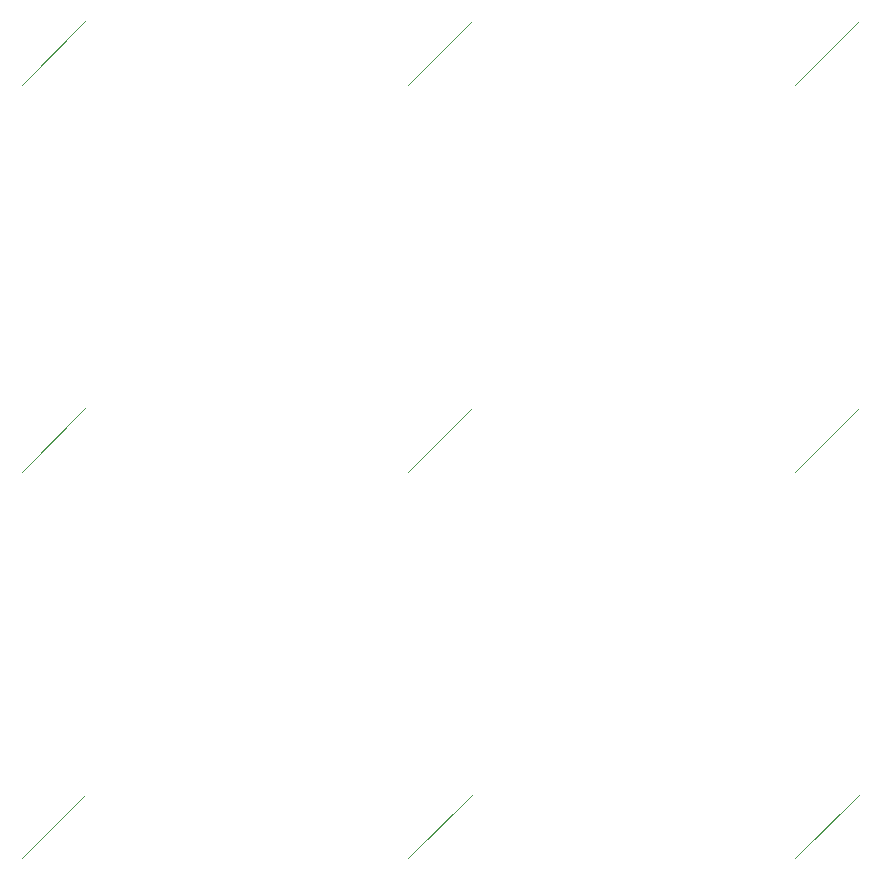
<source format=gbr>
G04 #@! TF.GenerationSoftware,KiCad,Pcbnew,9.0.0-rc2-3baa6cd791~182~ubuntu24.04.1*
G04 #@! TF.CreationDate,2025-02-06T23:06:31-05:00*
G04 #@! TF.ProjectId,PCA20073_Tiny_Board_Panel,50434132-3030-4373-935f-54696e795f42,rev?*
G04 #@! TF.SameCoordinates,PX5630ad8PY1312d00*
G04 #@! TF.FileFunction,Legend,Bot*
G04 #@! TF.FilePolarity,Positive*
%FSLAX46Y46*%
G04 Gerber Fmt 4.6, Leading zero omitted, Abs format (unit mm)*
G04 Created by KiCad (PCBNEW 9.0.0-rc2-3baa6cd791~182~ubuntu24.04.1) date 2025-02-06 23:06:31*
%MOMM*%
%LPD*%
G01*
G04 APERTURE LIST*
%ADD10C,0.120000*%
G04 APERTURE END LIST*
D10*
X29850340Y-67973103D02*
X35224352Y-62599091D01*
X29850340Y-35224366D02*
X35224352Y-29850354D01*
X29850340Y-100721840D02*
X35224352Y-95347828D01*
X95347782Y-100721840D02*
X100721794Y-95347828D01*
X62599061Y-67973103D02*
X67973073Y-62599091D01*
X95347782Y-67973103D02*
X100721794Y-62599091D01*
X62599061Y-35224366D02*
X67973073Y-29850354D01*
X62599061Y-100721840D02*
X67973073Y-95347828D01*
X95347782Y-35224366D02*
X100721794Y-29850354D01*
M02*

</source>
